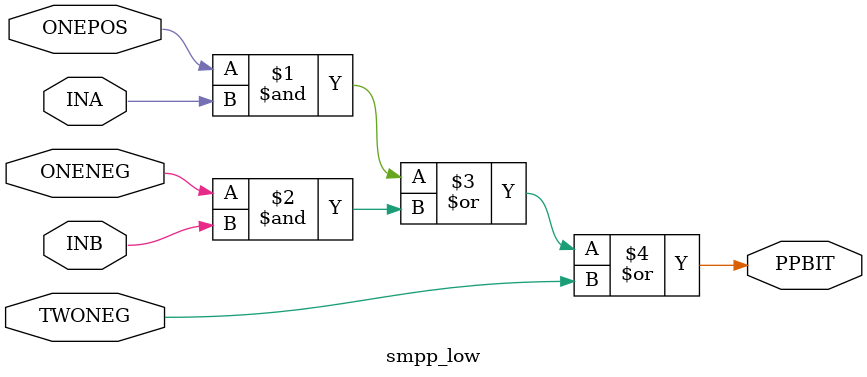
<source format=v>
module smpp_low ( ONEPOS, ONENEG, TWONEG, INA, INB, PPBIT );
   input  ONEPOS;
   input  ONENEG;
   input  TWONEG;
   input  INA;
   input  INB;
   output PPBIT;
   assign PPBIT = (ONEPOS & INA) | (ONENEG & INB) | TWONEG;
endmodule
</source>
